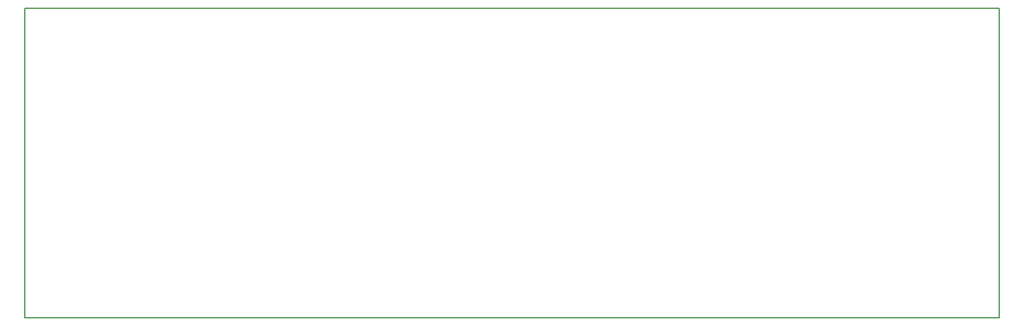
<source format=gbr>
G04 #@! TF.FileFunction,Profile,NP*
%FSLAX46Y46*%
G04 Gerber Fmt 4.6, Leading zero omitted, Abs format (unit mm)*
G04 Created by KiCad (PCBNEW 4.0.1-3.201512221402+6198~38~ubuntu15.04.1-stable) date Tue 29 Mar 2016 09:19:16 AM EDT*
%MOMM*%
G01*
G04 APERTURE LIST*
%ADD10C,0.100000*%
%ADD11C,0.150000*%
G04 APERTURE END LIST*
D10*
D11*
X44450000Y-85725000D02*
X44450000Y-130175000D01*
X184150000Y-85725000D02*
X44450000Y-85725000D01*
X184150000Y-130175000D02*
X184150000Y-85725000D01*
X44450000Y-130175000D02*
X184150000Y-130175000D01*
M02*

</source>
